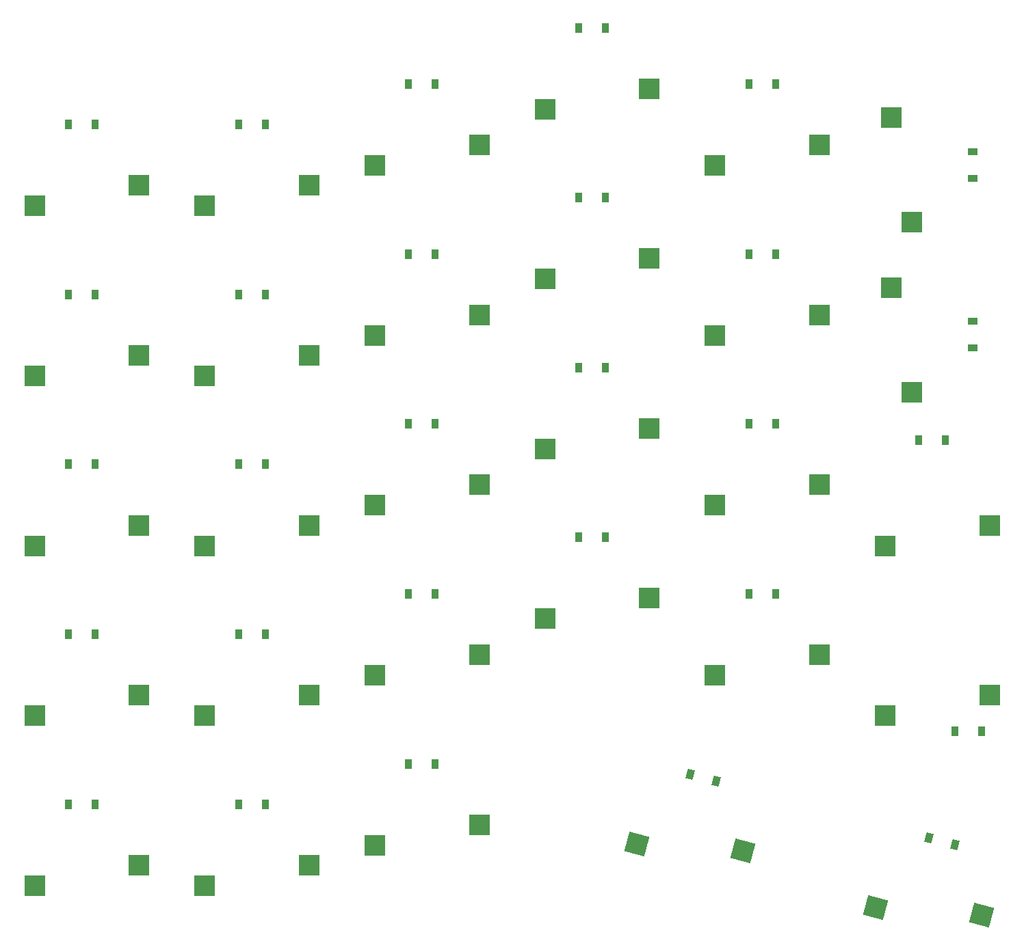
<source format=gbr>
%TF.GenerationSoftware,KiCad,Pcbnew,9.0.3-1.fc42*%
%TF.CreationDate,2025-08-09T15:12:38+02:00*%
%TF.ProjectId,left_traced,6c656674-5f74-4726-9163-65642e6b6963,v1.0.0*%
%TF.SameCoordinates,Original*%
%TF.FileFunction,Paste,Bot*%
%TF.FilePolarity,Positive*%
%FSLAX46Y46*%
G04 Gerber Fmt 4.6, Leading zero omitted, Abs format (unit mm)*
G04 Created by KiCad (PCBNEW 9.0.3-1.fc42) date 2025-08-09 15:12:38*
%MOMM*%
%LPD*%
G01*
G04 APERTURE LIST*
G04 Aperture macros list*
%AMRotRect*
0 Rectangle, with rotation*
0 The origin of the aperture is its center*
0 $1 length*
0 $2 width*
0 $3 Rotation angle, in degrees counterclockwise*
0 Add horizontal line*
21,1,$1,$2,0,0,$3*%
G04 Aperture macros list end*
%ADD10R,2.550000X2.500000*%
%ADD11R,0.900000X1.200000*%
%ADD12RotRect,0.900000X1.200000X345.000000*%
%ADD13R,1.200000X0.900000*%
%ADD14R,2.500000X2.550000*%
%ADD15RotRect,2.550000X2.500000X165.000000*%
G04 APERTURE END LIST*
D10*
%TO.C,S24*%
X104435000Y-139390000D03*
X91508000Y-141930000D03*
%TD*%
D11*
%TO.C,D22*%
X95700000Y-131850000D03*
X99000000Y-131850000D03*
%TD*%
%TO.C,D8*%
X158850000Y-98800000D03*
X162150000Y-98800000D03*
%TD*%
D10*
%TO.C,S18*%
X125485000Y-160440000D03*
X112558000Y-162980000D03*
%TD*%
D11*
%TO.C,D18*%
X116750000Y-110800000D03*
X120050000Y-110800000D03*
%TD*%
%TO.C,D10*%
X137800000Y-168950000D03*
X141100000Y-168950000D03*
%TD*%
D12*
%TO.C,D25*%
X172672135Y-191259929D03*
X175859691Y-192114029D03*
%TD*%
D11*
%TO.C,D12*%
X137800000Y-126850000D03*
X141100000Y-126850000D03*
%TD*%
%TO.C,D14*%
X116750000Y-195000000D03*
X120050000Y-195000000D03*
%TD*%
D10*
%TO.C,S1*%
X209685000Y-181490000D03*
X196758000Y-184030000D03*
%TD*%
D11*
%TO.C,D6*%
X158850000Y-140900000D03*
X162150000Y-140900000D03*
%TD*%
%TO.C,D19*%
X95700000Y-195000000D03*
X99000000Y-195000000D03*
%TD*%
%TO.C,D16*%
X116750000Y-152900000D03*
X120050000Y-152900000D03*
%TD*%
%TO.C,D20*%
X95700000Y-173950000D03*
X99000000Y-173950000D03*
%TD*%
D12*
%TO.C,D24*%
X202205317Y-199173321D03*
X205392873Y-200027421D03*
%TD*%
D10*
%TO.C,S9*%
X167585000Y-127390000D03*
X154658000Y-129930000D03*
%TD*%
%TO.C,S17*%
X125485000Y-181490000D03*
X112558000Y-184030000D03*
%TD*%
D11*
%TO.C,D29*%
X205450000Y-185950000D03*
X208750000Y-185950000D03*
%TD*%
D10*
%TO.C,S4*%
X188635000Y-155440000D03*
X175708000Y-157980000D03*
%TD*%
%TO.C,S3*%
X188635000Y-176490000D03*
X175708000Y-179030000D03*
%TD*%
D11*
%TO.C,D21*%
X95700000Y-152900000D03*
X99000000Y-152900000D03*
%TD*%
%TO.C,D28*%
X200950000Y-149900000D03*
X204250000Y-149900000D03*
%TD*%
%TO.C,D3*%
X179900000Y-126850000D03*
X183200000Y-126850000D03*
%TD*%
D10*
%TO.C,S15*%
X146535000Y-113340000D03*
X133608000Y-115880000D03*
%TD*%
%TO.C,S11*%
X146535000Y-197540000D03*
X133608000Y-200080000D03*
%TD*%
D11*
%TO.C,D11*%
X137800000Y-147900000D03*
X141100000Y-147900000D03*
%TD*%
D10*
%TO.C,S22*%
X104435000Y-181490000D03*
X91508000Y-184030000D03*
%TD*%
D13*
%TO.C,D26*%
X207600000Y-135200000D03*
X207600000Y-138500000D03*
%TD*%
D11*
%TO.C,D15*%
X116750000Y-173950000D03*
X120050000Y-173950000D03*
%TD*%
D10*
%TO.C,S12*%
X146535000Y-176490000D03*
X133608000Y-179030000D03*
%TD*%
D11*
%TO.C,D13*%
X137800000Y-105800000D03*
X141100000Y-105800000D03*
%TD*%
D14*
%TO.C,S29*%
X200060000Y-122885000D03*
X197520000Y-109958000D03*
%TD*%
D10*
%TO.C,S21*%
X104435000Y-202540000D03*
X91508000Y-205080000D03*
%TD*%
%TO.C,S14*%
X146535000Y-134390000D03*
X133608000Y-136930000D03*
%TD*%
%TO.C,S16*%
X125485000Y-202540000D03*
X112558000Y-205080000D03*
%TD*%
%TO.C,S25*%
X104435000Y-118340000D03*
X91508000Y-120880000D03*
%TD*%
%TO.C,S8*%
X167585000Y-148440000D03*
X154658000Y-150980000D03*
%TD*%
D11*
%TO.C,D9*%
X137800000Y-190000000D03*
X141100000Y-190000000D03*
%TD*%
%TO.C,D17*%
X116750000Y-131850000D03*
X120050000Y-131850000D03*
%TD*%
D10*
%TO.C,S2*%
X209685000Y-160440000D03*
X196758000Y-162980000D03*
%TD*%
D11*
%TO.C,D2*%
X179900000Y-147900000D03*
X183200000Y-147900000D03*
%TD*%
D10*
%TO.C,S5*%
X188635000Y-134390000D03*
X175708000Y-136930000D03*
%TD*%
D15*
%TO.C,S27*%
X179158002Y-200803793D03*
X166014079Y-199911490D03*
%TD*%
D10*
%TO.C,S23*%
X104435000Y-160440000D03*
X91508000Y-162980000D03*
%TD*%
D11*
%TO.C,D4*%
X179900000Y-105800000D03*
X183200000Y-105800000D03*
%TD*%
D10*
%TO.C,S19*%
X125485000Y-139390000D03*
X112558000Y-141930000D03*
%TD*%
D13*
%TO.C,D27*%
X207600000Y-114150000D03*
X207600000Y-117450000D03*
%TD*%
D10*
%TO.C,S6*%
X188635000Y-113340000D03*
X175708000Y-115880000D03*
%TD*%
D11*
%TO.C,D7*%
X158850000Y-119850000D03*
X162150000Y-119850000D03*
%TD*%
D14*
%TO.C,S28*%
X200060000Y-143935000D03*
X197520000Y-131008000D03*
%TD*%
D10*
%TO.C,S10*%
X167585000Y-106340000D03*
X154658000Y-108880000D03*
%TD*%
%TO.C,S20*%
X125485000Y-118340000D03*
X112558000Y-120880000D03*
%TD*%
D11*
%TO.C,D5*%
X158850000Y-161950000D03*
X162150000Y-161950000D03*
%TD*%
D10*
%TO.C,S13*%
X146535000Y-155440000D03*
X133608000Y-157980000D03*
%TD*%
%TO.C,S7*%
X167585000Y-169490000D03*
X154658000Y-172030000D03*
%TD*%
D11*
%TO.C,D23*%
X95700000Y-110800000D03*
X99000000Y-110800000D03*
%TD*%
%TO.C,D1*%
X179900000Y-168950000D03*
X183200000Y-168950000D03*
%TD*%
D15*
%TO.C,S26*%
X208691184Y-208717185D03*
X195547261Y-207824882D03*
%TD*%
M02*

</source>
